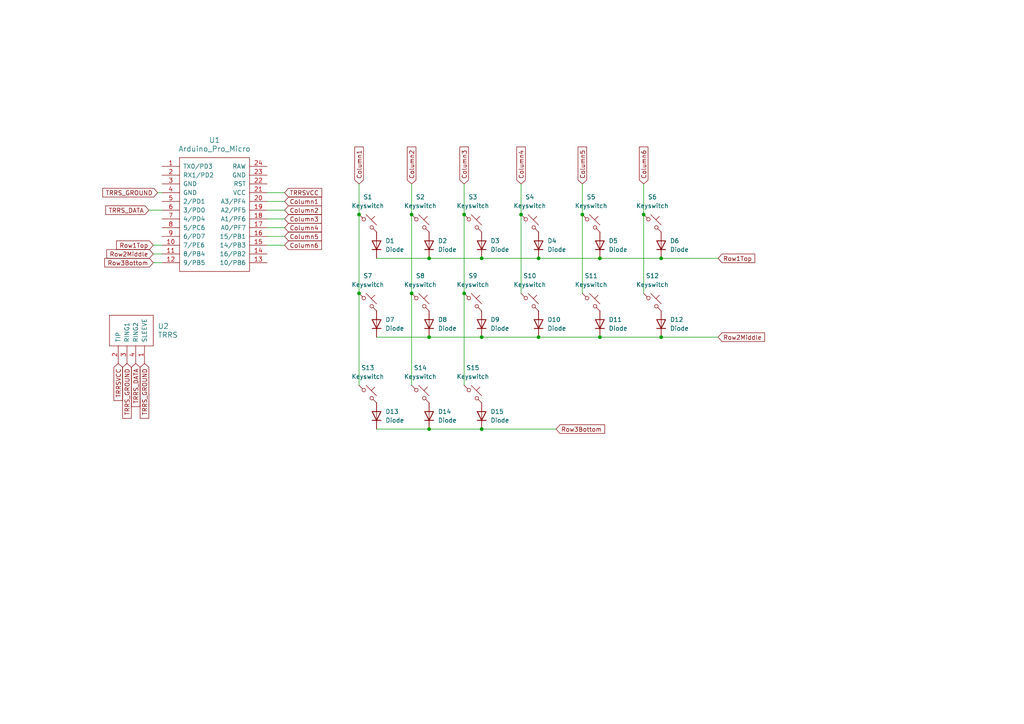
<source format=kicad_sch>
(kicad_sch (version 20231120) (generator "eeschema") (generator_version "8.0")
  (paper "A4")
  (lib_symbols
    (symbol "ScottoKeebs:MCU_Arduino_Pro_Micro" (pin_names (offset 1.016))
      (property "Reference" "U" (at 0 0 0))
      (property "Value" "Arduino_Pro_Micro" (at 0 -19.05 0))
      (symbol "MCU_Arduino_Pro_Micro_0_1"
        (rectangle (start -10.16 16.51) (end 10.16 -16.51))
      )
      (symbol "MCU_Arduino_Pro_Micro_1_1"
        (pin input line (at -15.24 13.97 0) (length 5.08) (name "TX0/PD3") (number "1"))
        (pin input line (at -15.24 -8.89 0) (length 5.08) (name "7/PE6") (number "10"))
        (pin input line (at -15.24 -11.43 0) (length 5.08) (name "8/PB4") (number "11"))
        (pin input line (at -15.24 -13.97 0) (length 5.08) (name "9/PB5") (number "12"))
        (pin input line (at 15.24 -13.97 180) (length 5.08) (name "10/PB6") (number "13"))
        (pin input line (at 15.24 -11.43 180) (length 5.08) (name "16/PB2") (number "14"))
        (pin input line (at 15.24 -8.89 180) (length 5.08) (name "14/PB3") (number "15"))
        (pin input line (at 15.24 -6.35 180) (length 5.08) (name "15/PB1") (number "16"))
        (pin input line (at 15.24 -3.81 180) (length 5.08) (name "A0/PF7") (number "17"))
        (pin input line (at 15.24 -1.27 180) (length 5.08) (name "A1/PF6") (number "18"))
        (pin input line (at 15.24 1.27 180) (length 5.08) (name "A2/PF5") (number "19"))
        (pin input line (at -15.24 11.43 0) (length 5.08) (name "RX1/PD2") (number "2"))
        (pin input line (at 15.24 3.81 180) (length 5.08) (name "A3/PF4") (number "20"))
        (pin input line (at 15.24 6.35 180) (length 5.08) (name "VCC") (number "21"))
        (pin input line (at 15.24 8.89 180) (length 5.08) (name "RST") (number "22"))
        (pin input line (at 15.24 11.43 180) (length 5.08) (name "GND") (number "23"))
        (pin input line (at 15.24 13.97 180) (length 5.08) (name "RAW") (number "24"))
        (pin input line (at -15.24 8.89 0) (length 5.08) (name "GND") (number "3"))
        (pin input line (at -15.24 6.35 0) (length 5.08) (name "GND") (number "4"))
        (pin input line (at -15.24 3.81 0) (length 5.08) (name "2/PD1") (number "5"))
        (pin input line (at -15.24 1.27 0) (length 5.08) (name "3/PD0") (number "6"))
        (pin input line (at -15.24 -1.27 0) (length 5.08) (name "4/PD4") (number "7"))
        (pin input line (at -15.24 -3.81 0) (length 5.08) (name "5/PC6") (number "8"))
        (pin input line (at -15.24 -6.35 0) (length 5.08) (name "6/PD7") (number "9"))
      )
    )
    (symbol "ScottoKeebs:Placeholder_Diode" (pin_numbers hide) (pin_names hide)
      (property "Reference" "D" (at 0 2.54 0))
      (property "Value" "Diode" (at 0 -2.54 0))
      (symbol "Placeholder_Diode_0_1"
        (polyline (pts (xy -1.27 1.27) (xy -1.27 -1.27)) (stroke (width 0.254)))
        (polyline (pts (xy 1.27 0) (xy -1.27 0)))
        (polyline (pts (xy 1.27 1.27) (xy 1.27 -1.27) (xy -1.27 0) (xy 1.27 1.27)) (stroke (width 0.254)))
      )
      (symbol "Placeholder_Diode_1_1"
        (pin passive line (at -3.81 0 0) (length 2.54) (name "K") (number "1"))
        (pin passive line (at 3.81 0 180) (length 2.54) (name "A") (number "2"))
      )
    )
    (symbol "ScottoKeebs:Placeholder_Keyswitch" (pin_numbers hide) (pin_names (offset 1.016) hide)
      (property "Reference" "S" (at 3.048 1.016 0))
      (property "Value" "Keyswitch" (at 0 -3.81 0))
      (symbol "Placeholder_Keyswitch_0_1"
        (circle (center -1.1684 1.1684) (radius 0.508))
        (polyline (pts (xy -0.508 2.54) (xy 2.54 -0.508)))
        (polyline (pts (xy 1.016 1.016) (xy 2.032 2.032)))
        (polyline (pts (xy -2.54 2.54) (xy -1.524 1.524) (xy -1.524 1.524)))
        (polyline (pts (xy 1.524 -1.524) (xy 2.54 -2.54) (xy 2.54 -2.54) (xy 2.54 -2.54)))
        (circle (center 1.143 -1.1938) (radius 0.508))
        (pin passive line (at -2.54 2.54 0) (length 0) (name "1") (number "1"))
        (pin passive line (at 2.54 -2.54 180) (length 0) (name "2") (number "2"))
      )
    )
    (symbol "ScottoKeebs:Placeholder_TRRS" (pin_names (offset 1.016))
      (property "Reference" "U" (at 0 15.24 0))
      (property "Value" "TRRS" (at 0 -2.54 0))
      (symbol "Placeholder_TRRS_0_1"
        (rectangle (start -3.81 0) (end -3.81 12.7))
        (rectangle (start -3.81 0) (end 5.08 0))
        (rectangle (start -3.81 12.7) (end 5.08 12.7))
        (rectangle (start 5.08 12.7) (end 5.08 0))
      )
      (symbol "Placeholder_TRRS_1_1"
        (pin input line (at -8.89 2.54 0) (length 5.08) (name "SLEEVE") (number "1"))
        (pin input line (at -8.89 10.16 0) (length 5.08) (name "TIP") (number "2"))
        (pin input line (at -8.89 7.62 0) (length 5.08) (name "RING1") (number "3"))
        (pin input line (at -8.89 5.08 0) (length 5.08) (name "RING2") (number "4"))
      )
    )
  )
  (junction (at 139.7 124.46))
  (junction (at 168.91 62.23))
  (junction (at 191.77 97.79))
  (junction (at 134.62 62.23))
  (junction (at 134.62 85.09))
  (junction (at 124.46 97.79))
  (junction (at 124.46 124.46))
  (junction (at 104.14 85.09))
  (junction (at 151.13 62.23))
  (junction (at 186.69 62.23))
  (junction (at 156.21 74.93))
  (junction (at 156.21 97.79))
  (junction (at 119.38 62.23))
  (junction (at 139.7 74.93))
  (junction (at 124.46 74.93))
  (junction (at 104.14 62.23))
  (junction (at 191.77 74.93))
  (junction (at 173.99 97.79))
  (junction (at 119.38 85.09))
  (junction (at 139.7 97.79))
  (junction (at 173.99 74.93))
  (wire (pts (xy 134.62 53.34) (xy 134.62 62.23)))
  (wire (pts (xy 82.55 63.5) (xy 77.47 63.5)))
  (wire (pts (xy 173.99 74.93) (xy 191.77 74.93)))
  (wire (pts (xy 134.62 62.23) (xy 134.62 85.09)))
  (wire (pts (xy 168.91 53.34) (xy 168.91 62.23)))
  (wire (pts (xy 173.99 97.79) (xy 191.77 97.79)))
  (wire (pts (xy 43.18 60.96) (xy 46.99 60.96)))
  (wire (pts (xy 124.46 97.79) (xy 139.7 97.79)))
  (wire (pts (xy 45.72 55.88) (xy 46.99 55.88)))
  (wire (pts (xy 109.22 97.79) (xy 124.46 97.79)))
  (wire (pts (xy 119.38 53.34) (xy 119.38 62.23)))
  (wire (pts (xy 82.55 55.88) (xy 77.47 55.88)))
  (wire (pts (xy 139.7 97.79) (xy 156.21 97.79)))
  (wire (pts (xy 151.13 53.34) (xy 151.13 62.23)))
  (wire (pts (xy 124.46 74.93) (xy 139.7 74.93)))
  (wire (pts (xy 104.14 53.34) (xy 104.14 62.23)))
  (wire (pts (xy 44.45 73.66) (xy 46.99 73.66)))
  (wire (pts (xy 156.21 74.93) (xy 173.99 74.93)))
  (wire (pts (xy 124.46 124.46) (xy 139.7 124.46)))
  (wire (pts (xy 109.22 124.46) (xy 124.46 124.46)))
  (wire (pts (xy 104.14 62.23) (xy 104.14 85.09)))
  (wire (pts (xy 134.62 85.09) (xy 134.62 111.76)))
  (wire (pts (xy 151.13 62.23) (xy 151.13 85.09)))
  (wire (pts (xy 208.28 97.79) (xy 191.77 97.79)))
  (wire (pts (xy 186.69 62.23) (xy 186.69 85.09)))
  (wire (pts (xy 186.69 53.34) (xy 186.69 62.23)))
  (wire (pts (xy 156.21 97.79) (xy 173.99 97.79)))
  (wire (pts (xy 82.55 68.58) (xy 77.47 68.58)))
  (wire (pts (xy 82.55 58.42) (xy 77.47 58.42)))
  (wire (pts (xy 139.7 74.93) (xy 156.21 74.93)))
  (wire (pts (xy 44.45 76.2) (xy 46.99 76.2)))
  (wire (pts (xy 104.14 85.09) (xy 104.14 111.76)))
  (wire (pts (xy 82.55 60.96) (xy 77.47 60.96)))
  (wire (pts (xy 82.55 71.12) (xy 77.47 71.12)))
  (wire (pts (xy 82.55 66.04) (xy 77.47 66.04)))
  (wire (pts (xy 44.45 71.12) (xy 46.99 71.12)))
  (wire (pts (xy 119.38 62.23) (xy 119.38 85.09)))
  (wire (pts (xy 208.28 74.93) (xy 191.77 74.93)))
  (wire (pts (xy 119.38 85.09) (xy 119.38 111.76)))
  (wire (pts (xy 109.22 74.93) (xy 124.46 74.93)))
  (wire (pts (xy 139.7 124.46) (xy 161.29 124.46)))
  (wire (pts (xy 168.91 62.23) (xy 168.91 85.09)))
  (global_label "TRRSVCC" (shape input) (at 34.29 105.41 270) (property "Intersheetrefs" "${INTERSHEET_REFS}" (effects (hide yes))))
  (global_label "Row3Bottom" (shape input) (at 161.29 124.46 0) (property "Intersheetrefs" "${INTERSHEET_REFS}" (effects (hide yes))))
  (global_label "Column4" (shape input) (at 151.13 53.34 90) (property "Intersheetrefs" "${INTERSHEET_REFS}" (effects (hide yes))))
  (global_label "Row1Top" (shape input) (at 44.45 71.12 180) (property "Intersheetrefs" "${INTERSHEET_REFS}" (effects (hide yes))))
  (global_label "Row2Middle" (shape input) (at 208.28 97.79 0) (property "Intersheetrefs" "${INTERSHEET_REFS}" (effects (hide yes))))
  (global_label "Column3" (shape input) (at 82.55 63.5 0) (property "Intersheetrefs" "${INTERSHEET_REFS}" (effects (hide yes))))
  (global_label "Row1Top" (shape input) (at 208.28 74.93 0) (property "Intersheetrefs" "${INTERSHEET_REFS}" (effects (hide yes))))
  (global_label "TRRS_DATA" (shape input) (at 39.37 105.41 270) (property "Intersheetrefs" "${INTERSHEET_REFS}" (effects (hide yes))))
  (global_label "Row2Middle" (shape input) (at 44.45 73.66 180) (property "Intersheetrefs" "${INTERSHEET_REFS}" (effects (hide yes))))
  (global_label "Column6" (shape input) (at 82.55 71.12 0) (property "Intersheetrefs" "${INTERSHEET_REFS}" (effects (hide yes))))
  (global_label "TRRSVCC" (shape input) (at 82.55 55.88 0) (property "Intersheetrefs" "${INTERSHEET_REFS}" (effects (hide yes))))
  (global_label "Column2" (shape input) (at 119.38 53.34 90) (property "Intersheetrefs" "${INTERSHEET_REFS}" (effects (hide yes))))
  (global_label "Column2" (shape input) (at 82.55 60.96 0) (property "Intersheetrefs" "${INTERSHEET_REFS}" (effects (hide yes))))
  (global_label "Column4" (shape input) (at 82.55 66.04 0) (property "Intersheetrefs" "${INTERSHEET_REFS}" (effects (hide yes))))
  (global_label "TRRS_GROUND" (shape input) (at 45.72 55.88 180) (property "Intersheetrefs" "${INTERSHEET_REFS}" (effects (hide yes))))
  (global_label "Column5" (shape input) (at 82.55 68.58 0) (property "Intersheetrefs" "${INTERSHEET_REFS}" (effects (hide yes))))
  (global_label "Column3" (shape input) (at 134.62 53.34 90) (property "Intersheetrefs" "${INTERSHEET_REFS}" (effects (hide yes))))
  (global_label "Column6" (shape input) (at 186.69 53.34 90) (property "Intersheetrefs" "${INTERSHEET_REFS}" (effects (hide yes))))
  (global_label "Column1" (shape input) (at 104.14 53.34 90) (property "Intersheetrefs" "${INTERSHEET_REFS}" (effects (hide yes))))
  (global_label "TRRS_DATA" (shape input) (at 43.18 60.96 180) (property "Intersheetrefs" "${INTERSHEET_REFS}" (effects (hide yes))))
  (global_label "TRRS_GROUND" (shape input) (at 41.91 105.41 270) (property "Intersheetrefs" "${INTERSHEET_REFS}" (effects (hide yes))))
  (global_label "Column1" (shape input) (at 82.55 58.42 0) (property "Intersheetrefs" "${INTERSHEET_REFS}" (effects (hide yes))))
  (global_label "TRRS_GROUND" (shape input) (at 36.83 105.41 270) (property "Intersheetrefs" "${INTERSHEET_REFS}" (effects (hide yes))))
  (global_label "Column5" (shape input) (at 168.91 53.34 90) (property "Intersheetrefs" "${INTERSHEET_REFS}" (effects (hide yes))))
  (global_label "Row3Bottom" (shape input) (at 44.45 76.2 180) (property "Intersheetrefs" "${INTERSHEET_REFS}" (effects (hide yes))))
  (symbol (lib_id "ScottoKeebs:Placeholder_Keyswitch") (at 171.45 64.77 0) (unit 1)
    (property "Reference" "S5" (at 171.45 57.15 0))
    (property "Value" "Keyswitch" (at 171.45 59.69 0))
    (property "Footprint" "ScottoKeebs_Hotswap:Hotswap_Choc_V1V2_1.00u" (effects (hide yes)))
    (property "Description" "Push button switch, normally open, two pins, 45° tilted" (effects (hide yes)))
  )
  (symbol (lib_id "ScottoKeebs:Placeholder_Diode") (at 124.46 120.65 90) (unit 1)
    (property "Reference" "D14" (at 127 119.3799 90) (effects (justify right)))
    (property "Value" "Diode" (at 127 121.9199 90) (effects (justify right)))
    (property "Footprint" "ScottoKeebs_Components:Diode_SOD-123" (effects (hide yes)))
    (property "Description" "1N4148 (DO-35) or 1N4148W (SOD-123)" (effects (hide yes)))
    (property "Sim.Device" "D" (effects (hide yes)))
    (property "Sim.Pins" "1=K 2=A" (effects (hide yes)))
  )
  (symbol (lib_id "ScottoKeebs:Placeholder_Keyswitch") (at 171.45 87.63 0) (unit 1)
    (property "Reference" "S11" (at 171.45 80.01 0))
    (property "Value" "Keyswitch" (at 171.45 82.55 0))
    (property "Footprint" "ScottoKeebs_Hotswap:Hotswap_Choc_V1V2_1.00u" (effects (hide yes)))
    (property "Description" "Push button switch, normally open, two pins, 45° tilted" (effects (hide yes)))
  )
  (symbol (lib_id "ScottoKeebs:Placeholder_Diode") (at 139.7 93.98 90) (unit 1)
    (property "Reference" "D9" (at 142.24 92.7099 90) (effects (justify right)))
    (property "Value" "Diode" (at 142.24 95.2499 90) (effects (justify right)))
    (property "Footprint" "ScottoKeebs_Components:Diode_SOD-123" (effects (hide yes)))
    (property "Description" "1N4148 (DO-35) or 1N4148W (SOD-123)" (effects (hide yes)))
    (property "Sim.Device" "D" (effects (hide yes)))
    (property "Sim.Pins" "1=K 2=A" (effects (hide yes)))
  )
  (symbol (lib_id "ScottoKeebs:Placeholder_Keyswitch") (at 106.68 64.77 0) (unit 1)
    (property "Reference" "S1" (at 106.68 57.15 0))
    (property "Value" "Keyswitch" (at 106.68 59.69 0))
    (property "Footprint" "ScottoKeebs_Hotswap:Hotswap_Choc_V1V2_1.00u" (effects (hide yes)))
    (property "Description" "Push button switch, normally open, two pins, 45° tilted" (effects (hide yes)))
  )
  (symbol (lib_id "ScottoKeebs:Placeholder_Keyswitch") (at 121.92 87.63 0) (unit 1)
    (property "Reference" "S8" (at 121.92 80.01 0))
    (property "Value" "Keyswitch" (at 121.92 82.55 0))
    (property "Footprint" "ScottoKeebs_Hotswap:Hotswap_Choc_V1V2_1.00u" (effects (hide yes)))
    (property "Description" "Push button switch, normally open, two pins, 45° tilted" (effects (hide yes)))
  )
  (symbol (lib_id "ScottoKeebs:Placeholder_Keyswitch") (at 137.16 87.63 0) (unit 1)
    (property "Reference" "S9" (at 137.16 80.01 0))
    (property "Value" "Keyswitch" (at 137.16 82.55 0))
    (property "Footprint" "ScottoKeebs_Hotswap:Hotswap_Choc_V1V2_1.00u" (effects (hide yes)))
    (property "Description" "Push button switch, normally open, two pins, 45° tilted" (effects (hide yes)))
  )
  (symbol (lib_id "ScottoKeebs:MCU_Arduino_Pro_Micro") (at 62.23 62.23 0) (unit 1)
    (property "Reference" "U1" (at 62.23 40.64 0) (effects (font (size 1.524 1.524))))
    (property "Value" "Arduino_Pro_Micro" (at 62.23 43.18 0) (effects (font (size 1.524 1.524))))
    (property "Footprint" "ScottoKeebs_MCU:Arduino_Pro_Micro" (effects (hide yes)))
  )
  (symbol (lib_id "ScottoKeebs:Placeholder_Diode") (at 139.7 71.12 90) (unit 1)
    (property "Reference" "D3" (at 142.24 69.8499 90) (effects (justify right)))
    (property "Value" "Diode" (at 142.24 72.3899 90) (effects (justify right)))
    (property "Footprint" "ScottoKeebs_Components:Diode_SOD-123" (effects (hide yes)))
    (property "Description" "1N4148 (DO-35) or 1N4148W (SOD-123)" (effects (hide yes)))
    (property "Sim.Device" "D" (effects (hide yes)))
    (property "Sim.Pins" "1=K 2=A" (effects (hide yes)))
  )
  (symbol (lib_id "ScottoKeebs:Placeholder_Diode") (at 109.22 93.98 90) (unit 1)
    (property "Reference" "D7" (at 111.76 92.7099 90) (effects (justify right)))
    (property "Value" "Diode" (at 111.76 95.2499 90) (effects (justify right)))
    (property "Footprint" "ScottoKeebs_Components:Diode_SOD-123" (effects (hide yes)))
    (property "Description" "1N4148 (DO-35) or 1N4148W (SOD-123)" (effects (hide yes)))
    (property "Sim.Device" "D" (effects (hide yes)))
    (property "Sim.Pins" "1=K 2=A" (effects (hide yes)))
  )
  (symbol (lib_id "ScottoKeebs:Placeholder_Diode") (at 109.22 71.12 90) (unit 1)
    (property "Reference" "D1" (at 111.76 69.8499 90) (effects (justify right)))
    (property "Value" "Diode" (at 111.76 72.3899 90) (effects (justify right)))
    (property "Footprint" "ScottoKeebs_Components:Diode_SOD-123" (effects (hide yes)))
    (property "Description" "1N4148 (DO-35) or 1N4148W (SOD-123)" (effects (hide yes)))
    (property "Sim.Device" "D" (effects (hide yes)))
    (property "Sim.Pins" "1=K 2=A" (effects (hide yes)))
  )
  (symbol (lib_id "ScottoKeebs:Placeholder_Diode") (at 156.21 93.98 90) (unit 1)
    (property "Reference" "D10" (at 158.75 92.7099 90) (effects (justify right)))
    (property "Value" "Diode" (at 158.75 95.2499 90) (effects (justify right)))
    (property "Footprint" "ScottoKeebs_Components:Diode_SOD-123" (effects (hide yes)))
    (property "Description" "1N4148 (DO-35) or 1N4148W (SOD-123)" (effects (hide yes)))
    (property "Sim.Device" "D" (effects (hide yes)))
    (property "Sim.Pins" "1=K 2=A" (effects (hide yes)))
  )
  (symbol (lib_id "ScottoKeebs:Placeholder_Diode") (at 109.22 120.65 90) (unit 1)
    (property "Reference" "D13" (at 111.76 119.3799 90) (effects (justify right)))
    (property "Value" "Diode" (at 111.76 121.9199 90) (effects (justify right)))
    (property "Footprint" "ScottoKeebs_Components:Diode_SOD-123" (effects (hide yes)))
    (property "Description" "1N4148 (DO-35) or 1N4148W (SOD-123)" (effects (hide yes)))
    (property "Sim.Device" "D" (effects (hide yes)))
    (property "Sim.Pins" "1=K 2=A" (effects (hide yes)))
  )
  (symbol (lib_id "ScottoKeebs:Placeholder_Keyswitch") (at 189.23 64.77 0) (unit 1)
    (property "Reference" "S6" (at 189.23 57.15 0))
    (property "Value" "Keyswitch" (at 189.23 59.69 0))
    (property "Footprint" "ScottoKeebs_Hotswap:Hotswap_Choc_V1V2_1.00u" (effects (hide yes)))
    (property "Description" "Push button switch, normally open, two pins, 45° tilted" (effects (hide yes)))
  )
  (symbol (lib_id "ScottoKeebs:Placeholder_Keyswitch") (at 137.16 114.3 0) (unit 1)
    (property "Reference" "S15" (at 137.16 106.68 0))
    (property "Value" "Keyswitch" (at 137.16 109.22 0))
    (property "Footprint" "ScottoKeebs_Hotswap:Hotswap_Choc_V1V2_1.00u" (effects (hide yes)))
    (property "Description" "Push button switch, normally open, two pins, 45° tilted" (effects (hide yes)))
  )
  (symbol (lib_id "ScottoKeebs:Placeholder_Diode") (at 124.46 93.98 90) (unit 1)
    (property "Reference" "D8" (at 127 92.7099 90) (effects (justify right)))
    (property "Value" "Diode" (at 127 95.2499 90) (effects (justify right)))
    (property "Footprint" "ScottoKeebs_Components:Diode_SOD-123" (effects (hide yes)))
    (property "Description" "1N4148 (DO-35) or 1N4148W (SOD-123)" (effects (hide yes)))
    (property "Sim.Device" "D" (effects (hide yes)))
    (property "Sim.Pins" "1=K 2=A" (effects (hide yes)))
  )
  (symbol (lib_id "ScottoKeebs:Placeholder_Keyswitch") (at 106.68 114.3 0) (unit 1)
    (property "Reference" "S13" (at 106.68 106.68 0))
    (property "Value" "Keyswitch" (at 106.68 109.22 0))
    (property "Footprint" "ScottoKeebs_Hotswap:Hotswap_Choc_V1V2_1.00u" (effects (hide yes)))
    (property "Description" "Push button switch, normally open, two pins, 45° tilted" (effects (hide yes)))
  )
  (symbol (lib_id "ScottoKeebs:Placeholder_Keyswitch") (at 189.23 87.63 0) (unit 1)
    (property "Reference" "S12" (at 189.23 80.01 0))
    (property "Value" "Keyswitch" (at 189.23 82.55 0))
    (property "Footprint" "ScottoKeebs_Hotswap:Hotswap_Choc_V1V2_1.00u" (effects (hide yes)))
    (property "Description" "Push button switch, normally open, two pins, 45° tilted" (effects (hide yes)))
  )
  (symbol (lib_id "ScottoKeebs:Placeholder_Diode") (at 156.21 71.12 90) (unit 1)
    (property "Reference" "D4" (at 158.75 69.8499 90) (effects (justify right)))
    (property "Value" "Diode" (at 158.75 72.3899 90) (effects (justify right)))
    (property "Footprint" "ScottoKeebs_Components:Diode_SOD-123" (effects (hide yes)))
    (property "Description" "1N4148 (DO-35) or 1N4148W (SOD-123)" (effects (hide yes)))
    (property "Sim.Device" "D" (effects (hide yes)))
    (property "Sim.Pins" "1=K 2=A" (effects (hide yes)))
  )
  (symbol (lib_id "ScottoKeebs:Placeholder_Diode") (at 139.7 120.65 90) (unit 1)
    (property "Reference" "D15" (at 142.24 119.3799 90) (effects (justify right)))
    (property "Value" "Diode" (at 142.24 121.9199 90) (effects (justify right)))
    (property "Footprint" "ScottoKeebs_Components:Diode_SOD-123" (effects (hide yes)))
    (property "Description" "1N4148 (DO-35) or 1N4148W (SOD-123)" (effects (hide yes)))
    (property "Sim.Device" "D" (effects (hide yes)))
    (property "Sim.Pins" "1=K 2=A" (effects (hide yes)))
  )
  (symbol (lib_id "ScottoKeebs:Placeholder_Diode") (at 191.77 71.12 90) (unit 1)
    (property "Reference" "D6" (at 194.31 69.8499 90) (effects (justify right)))
    (property "Value" "Diode" (at 194.31 72.3899 90) (effects (justify right)))
    (property "Footprint" "ScottoKeebs_Components:Diode_SOD-123" (effects (hide yes)))
    (property "Description" "1N4148 (DO-35) or 1N4148W (SOD-123)" (effects (hide yes)))
    (property "Sim.Device" "D" (effects (hide yes)))
    (property "Sim.Pins" "1=K 2=A" (effects (hide yes)))
  )
  (symbol (lib_id "ScottoKeebs:Placeholder_Keyswitch") (at 121.92 114.3 0) (unit 1)
    (property "Reference" "S14" (at 121.92 106.68 0))
    (property "Value" "Keyswitch" (at 121.92 109.22 0))
    (property "Footprint" "ScottoKeebs_Hotswap:Hotswap_Choc_V1V2_1.00u" (effects (hide yes)))
    (property "Description" "Push button switch, normally open, two pins, 45° tilted" (effects (hide yes)))
  )
  (symbol (lib_id "ScottoKeebs:Placeholder_TRRS") (at 44.45 96.52 90) (unit 1)
    (property "Reference" "U2" (at 45.72 94.6149 90) (effects (font (size 1.524 1.524)) (justify right)))
    (property "Value" "TRRS" (at 45.72 97.1549 90) (effects (font (size 1.524 1.524)) (justify right)))
    (property "Footprint" "ScottoKeebs_Components:TRRS_PJ-320A" (effects (hide yes)))
  )
  (symbol (lib_id "ScottoKeebs:Placeholder_Keyswitch") (at 153.67 64.77 0) (unit 1)
    (property "Reference" "S4" (at 153.67 57.15 0))
    (property "Value" "Keyswitch" (at 153.67 59.69 0))
    (property "Footprint" "ScottoKeebs_Hotswap:Hotswap_Choc_V1V2_1.00u" (effects (hide yes)))
    (property "Description" "Push button switch, normally open, two pins, 45° tilted" (effects (hide yes)))
  )
  (symbol (lib_id "ScottoKeebs:Placeholder_Keyswitch") (at 137.16 64.77 0) (unit 1)
    (property "Reference" "S3" (at 137.16 57.15 0))
    (property "Value" "Keyswitch" (at 137.16 59.69 0))
    (property "Footprint" "ScottoKeebs_Hotswap:Hotswap_Choc_V1V2_1.00u" (effects (hide yes)))
    (property "Description" "Push button switch, normally open, two pins, 45° tilted" (effects (hide yes)))
  )
  (symbol (lib_id "ScottoKeebs:Placeholder_Diode") (at 173.99 93.98 90) (unit 1)
    (property "Reference" "D11" (at 176.53 92.7099 90) (effects (justify right)))
    (property "Value" "Diode" (at 176.53 95.2499 90) (effects (justify right)))
    (property "Footprint" "ScottoKeebs_Components:Diode_SOD-123" (effects (hide yes)))
    (property "Description" "1N4148 (DO-35) or 1N4148W (SOD-123)" (effects (hide yes)))
    (property "Sim.Device" "D" (effects (hide yes)))
    (property "Sim.Pins" "1=K 2=A" (effects (hide yes)))
  )
  (symbol (lib_id "ScottoKeebs:Placeholder_Keyswitch") (at 153.67 87.63 0) (unit 1)
    (property "Reference" "S10" (at 153.67 80.01 0))
    (property "Value" "Keyswitch" (at 153.67 82.55 0))
    (property "Footprint" "ScottoKeebs_Hotswap:Hotswap_Choc_V1V2_1.00u" (effects (hide yes)))
    (property "Description" "Push button switch, normally open, two pins, 45° tilted" (effects (hide yes)))
  )
  (symbol (lib_id "ScottoKeebs:Placeholder_Diode") (at 173.99 71.12 90) (unit 1)
    (property "Reference" "D5" (at 176.53 69.8499 90) (effects (justify right)))
    (property "Value" "Diode" (at 176.53 72.3899 90) (effects (justify right)))
    (property "Footprint" "ScottoKeebs_Components:Diode_SOD-123" (effects (hide yes)))
    (property "Description" "1N4148 (DO-35) or 1N4148W (SOD-123)" (effects (hide yes)))
    (property "Sim.Device" "D" (effects (hide yes)))
    (property "Sim.Pins" "1=K 2=A" (effects (hide yes)))
  )
  (symbol (lib_id "ScottoKeebs:Placeholder_Diode") (at 124.46 71.12 90) (unit 1)
    (property "Reference" "D2" (at 127 69.8499 90) (effects (justify right)))
    (property "Value" "Diode" (at 127 72.3899 90) (effects (justify right)))
    (property "Footprint" "ScottoKeebs_Components:Diode_SOD-123" (effects (hide yes)))
    (property "Description" "1N4148 (DO-35) or 1N4148W (SOD-123)" (effects (hide yes)))
    (property "Sim.Device" "D" (effects (hide yes)))
    (property "Sim.Pins" "1=K 2=A" (effects (hide yes)))
  )
  (symbol (lib_id "ScottoKeebs:Placeholder_Keyswitch") (at 121.92 64.77 0) (unit 1)
    (property "Reference" "S2" (at 121.92 57.15 0))
    (property "Value" "Keyswitch" (at 121.92 59.69 0))
    (property "Footprint" "ScottoKeebs_Hotswap:Hotswap_Choc_V1V2_1.00u" (effects (hide yes)))
    (property "Description" "Push button switch, normally open, two pins, 45° tilted" (effects (hide yes)))
  )
  (symbol (lib_id "ScottoKeebs:Placeholder_Keyswitch") (at 106.68 87.63 0) (unit 1)
    (property "Reference" "S7" (at 106.68 80.01 0))
    (property "Value" "Keyswitch" (at 106.68 82.55 0))
    (property "Footprint" "ScottoKeebs_Hotswap:Hotswap_Choc_V1V2_1.00u" (effects (hide yes)))
    (property "Description" "Push button switch, normally open, two pins, 45° tilted" (effects (hide yes)))
  )
  (symbol (lib_id "ScottoKeebs:Placeholder_Diode") (at 191.77 93.98 90) (unit 1)
    (property "Reference" "D12" (at 194.31 92.7099 90) (effects (justify right)))
    (property "Value" "Diode" (at 194.31 95.2499 90) (effects (justify right)))
    (property "Footprint" "ScottoKeebs_Components:Diode_SOD-123" (effects (hide yes)))
    (property "Description" "1N4148 (DO-35) or 1N4148W (SOD-123)" (effects (hide yes)))
    (property "Sim.Device" "D" (effects (hide yes)))
    (property "Sim.Pins" "1=K 2=A" (effects (hide yes)))
  )
)
</source>
